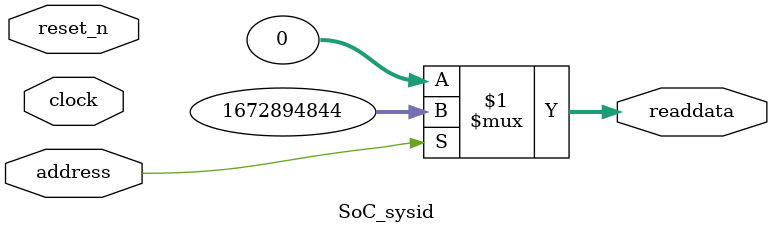
<source format=v>

`timescale 1ns / 1ps
// synthesis translate_on

// turn off superfluous verilog processor warnings 
// altera message_level Level1 
// altera message_off 10034 10035 10036 10037 10230 10240 10030 

module SoC_sysid (
               // inputs:
                address,
                clock,
                reset_n,

               // outputs:
                readdata
             )
;

  output  [ 31: 0] readdata;
  input            address;
  input            clock;
  input            reset_n;

  wire    [ 31: 0] readdata;
  //control_slave, which is an e_avalon_slave
  assign readdata = address ? 1672894844 : 0;

endmodule




</source>
